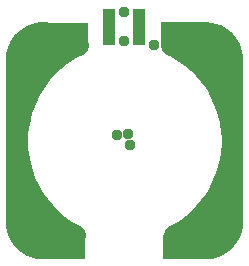
<source format=gbr>
G04 EAGLE Gerber RS-274X export*
G75*
%MOMM*%
%FSLAX34Y34*%
%LPD*%
%INSoldermask Bottom*%
%IPPOS*%
%AMOC8*
5,1,8,0,0,1.08239X$1,22.5*%
G01*
%ADD10C,1.799997*%
%ADD11C,2.199997*%
%ADD12R,3.752894X2.021094*%
%ADD13R,3.564694X2.144394*%
%ADD14R,1.716897X13.842975*%
%ADD15R,3.811694X1.776894*%
%ADD16R,4.015894X2.021094*%
%ADD17R,1.314597X14.216175*%
%ADD18C,2.199994*%
%ADD19R,1.020000X3.169994*%
%ADD20C,0.959600*%


D10*
X29051Y149963D02*
X23445Y147008D01*
X18058Y143669D01*
X12918Y139962D01*
X8048Y135905D01*
X3473Y131519D01*
X-783Y126824D01*
X-4703Y121844D01*
X-8265Y116602D01*
X-11454Y111125D01*
X-14252Y105438D01*
X-16647Y99571D01*
X-18627Y93550D01*
X-20182Y87406D01*
X-21305Y81169D01*
X-21990Y74868D01*
X-22234Y68535D01*
X-22035Y62200D01*
X-21395Y55895D01*
X-20317Y49650D01*
X-18806Y43495D01*
X-16869Y37460D01*
X-14516Y31576D01*
X-14017Y30466D01*
X158743Y78804D02*
X157785Y85069D01*
X156391Y91252D01*
X154570Y97322D01*
X152330Y103251D01*
X149682Y109009D01*
X146638Y114568D01*
X143214Y119901D01*
X139427Y124983D01*
X135294Y129788D01*
X130836Y134293D01*
X126075Y138476D01*
X121034Y142316D01*
X115736Y145796D01*
X110209Y148898D01*
X107945Y150027D01*
X116029Y-8489D02*
X110514Y-11611D01*
X116029Y-8489D02*
X121313Y-4989D01*
X126340Y-1130D01*
X131086Y3070D01*
X135527Y7592D01*
X139641Y12412D01*
X143409Y17508D01*
X146813Y22854D01*
X149836Y28425D01*
X152462Y34193D01*
X154680Y40130D01*
X156478Y46207D01*
X157848Y52395D01*
X158783Y58664D01*
X159278Y64982D01*
X159332Y71320D01*
X158943Y77645D01*
X158114Y83929D01*
X156848Y90139D01*
X155153Y96245D01*
X153035Y102219D01*
X151146Y106661D01*
X-21615Y58322D02*
X-20657Y52058D01*
X-19263Y45875D01*
X-17442Y39804D01*
X-15202Y33876D01*
X-12554Y28118D01*
X-9510Y22559D01*
X-6086Y17225D01*
X-2299Y12144D01*
X1833Y7339D01*
X6291Y2834D01*
X11052Y-1348D01*
X16093Y-5188D01*
X21390Y-8668D01*
X26613Y-11611D01*
D11*
X118935Y-9968D02*
X119675Y-11213D01*
X120500Y-12403D01*
X121406Y-13533D01*
X122388Y-14597D01*
X123442Y-15590D01*
X124563Y-16506D01*
X125745Y-17343D01*
X126982Y-18094D01*
X128270Y-18758D01*
X129600Y-19330D01*
X130966Y-19808D01*
X132363Y-20190D01*
X133783Y-20473D01*
X135220Y-20657D01*
X136665Y-20739D01*
X138113Y-20721D01*
X139556Y-20602D01*
X140988Y-20382D01*
X142400Y-20064D01*
X143787Y-19647D01*
X145141Y-19135D01*
X146456Y-18529D01*
X147726Y-17833D01*
X148944Y-17051D01*
X150105Y-16185D01*
X151203Y-15240D01*
X152231Y-14221D01*
X153187Y-13133D01*
X154064Y-11981D01*
X154858Y-10770D01*
X155566Y-9507D01*
X156185Y-8198D01*
X156710Y-6849D01*
X157140Y-5466D01*
X157473Y-4057D01*
X157707Y-2628D01*
X157840Y-1186D01*
X157872Y260D01*
X157803Y1707D01*
X157634Y3145D01*
X157364Y4567D01*
X156996Y5968D01*
X156532Y7339D01*
X155973Y8675D01*
X155321Y9968D01*
X154582Y11213D01*
X153757Y12403D01*
X152851Y13533D01*
X151869Y14597D01*
X150815Y15590D01*
X149694Y16506D01*
X148512Y17343D01*
X147828Y17772D01*
X-10828Y17693D02*
X-12036Y16895D01*
X-13185Y16014D01*
X-14270Y15055D01*
X-15286Y14023D01*
X-16227Y12923D01*
X-17089Y11759D01*
X-17868Y10538D01*
X-18559Y9266D01*
X-19160Y7949D01*
X-19668Y6593D01*
X-20080Y5205D01*
X-20395Y3791D01*
X-20609Y2359D01*
X-20724Y916D01*
X-20737Y-531D01*
X-20650Y-1976D01*
X-20461Y-3411D01*
X-20174Y-4831D01*
X-19788Y-6226D01*
X-19305Y-7591D01*
X-18728Y-8919D01*
X-18060Y-10204D01*
X-17305Y-11439D01*
X-16465Y-12618D01*
X-15544Y-13736D01*
X-14548Y-14787D01*
X-13481Y-15766D01*
X-12348Y-16668D01*
X-11155Y-17489D01*
X-9908Y-18225D01*
X-8613Y-18871D01*
X-7275Y-19426D01*
X-5902Y-19886D01*
X-4501Y-20250D01*
X-3077Y-20515D01*
X-1639Y-20679D01*
X-192Y-20743D01*
X1254Y-20706D01*
X2695Y-20568D01*
X4124Y-20330D01*
X5532Y-19993D01*
X6913Y-19558D01*
X8260Y-19028D01*
X9568Y-18406D01*
X10828Y-17693D01*
X12036Y-16895D01*
X13185Y-16014D01*
X14270Y-15055D01*
X15286Y-14023D01*
X16227Y-12923D01*
X17089Y-11759D01*
X17831Y-10601D01*
X18192Y147097D02*
X17453Y148342D01*
X16628Y149532D01*
X15722Y150662D01*
X14740Y151726D01*
X13686Y152719D01*
X12565Y153635D01*
X11383Y154472D01*
X10145Y155223D01*
X8858Y155887D01*
X7528Y156459D01*
X6161Y156937D01*
X4765Y157319D01*
X3344Y157602D01*
X1908Y157786D01*
X463Y157868D01*
X-984Y157850D01*
X-2427Y157731D01*
X-3859Y157512D01*
X-5271Y157193D01*
X-6658Y156776D01*
X-8012Y156264D01*
X-9327Y155658D01*
X-10597Y154962D01*
X-11815Y154180D01*
X-12976Y153314D01*
X-14074Y152369D01*
X-15102Y151350D01*
X-16058Y150262D01*
X-16935Y149110D01*
X-17729Y147899D01*
X-18437Y146636D01*
X-19056Y145327D01*
X-19581Y143978D01*
X-20011Y142595D01*
X-20344Y141186D01*
X-20578Y139757D01*
X-20711Y138315D01*
X-20743Y136867D01*
X-20674Y135421D01*
X-20505Y133983D01*
X-20235Y132560D01*
X-19867Y131160D01*
X-19403Y129788D01*
X-18844Y128453D01*
X-18192Y127159D01*
X-17453Y125915D01*
X-16628Y124724D01*
X-15722Y123595D01*
X-14740Y122531D01*
X-13686Y121538D01*
X-12565Y120622D01*
X-11383Y119785D01*
X-10699Y119355D01*
X-13648Y15622D02*
X-14705Y14632D01*
X-15690Y13571D01*
X-16598Y12443D01*
X-17426Y11255D01*
X-18169Y10012D01*
X-18823Y8720D01*
X-19385Y7386D01*
X-19853Y6015D01*
X-20225Y4616D01*
X-20497Y3194D01*
X-20670Y1756D01*
X-20742Y310D01*
X-20714Y-1136D01*
X-20584Y-2579D01*
X-20354Y-4008D01*
X-20025Y-5418D01*
X-19598Y-6802D01*
X-19075Y-8153D01*
X-18460Y-9463D01*
X-17755Y-10728D01*
X-16963Y-11941D01*
X-16089Y-13095D01*
X-15137Y-14185D01*
X-14110Y-15207D01*
X-13015Y-16154D01*
X-11856Y-17023D01*
X-10640Y-17808D01*
X-9372Y-18507D01*
X-8058Y-19116D01*
X-6705Y-19631D01*
X-5319Y-20051D01*
X-3907Y-20373D01*
X-2477Y-20596D01*
X-1034Y-20719D01*
X413Y-20741D01*
X1859Y-20661D01*
X3295Y-20481D01*
X4716Y-20201D01*
X6114Y-19823D01*
X7482Y-19348D01*
X8813Y-18779D01*
X10102Y-18119D01*
X11341Y-17370D01*
X12525Y-16536D01*
X13648Y-15622D01*
X14705Y-14632D01*
X15690Y-13571D01*
X16598Y-12443D01*
X17426Y-11255D01*
X17838Y-10588D01*
X119337Y-10669D02*
X120125Y-11884D01*
X120995Y-13041D01*
X121945Y-14135D01*
X122968Y-15160D01*
X124060Y-16110D01*
X125215Y-16983D01*
X126429Y-17772D01*
X127695Y-18475D01*
X129007Y-19088D01*
X130358Y-19608D01*
X131742Y-20033D01*
X133153Y-20360D01*
X134583Y-20587D01*
X136025Y-20714D01*
X137473Y-20741D01*
X138919Y-20666D01*
X140356Y-20491D01*
X141778Y-20216D01*
X143177Y-19842D01*
X144546Y-19372D01*
X145879Y-18807D01*
X147170Y-18151D01*
X148412Y-17406D01*
X149598Y-16577D01*
X150724Y-15666D01*
X151784Y-14680D01*
X152773Y-13622D01*
X153685Y-12497D01*
X154516Y-11311D01*
X155263Y-10071D01*
X155921Y-8781D01*
X156488Y-7449D01*
X156961Y-6080D01*
X157336Y-4682D01*
X157614Y-3261D01*
X157791Y-1824D01*
X157868Y-378D01*
X157844Y1069D01*
X157719Y2511D01*
X157494Y3941D01*
X157169Y5353D01*
X156747Y6737D01*
X156229Y8090D01*
X155618Y9402D01*
X154917Y10669D01*
X154130Y11884D01*
X153259Y13041D01*
X152310Y14135D01*
X151287Y15160D01*
X150253Y16064D01*
X147957Y119434D02*
X149165Y120233D01*
X150314Y121114D01*
X151400Y122072D01*
X152415Y123105D01*
X153356Y124205D01*
X154218Y125369D01*
X154997Y126589D01*
X155688Y127862D01*
X156290Y129179D01*
X156797Y130535D01*
X157209Y131923D01*
X157524Y133336D01*
X157738Y134768D01*
X157853Y136212D01*
X157866Y137660D01*
X157779Y139105D01*
X157590Y140540D01*
X157303Y141960D01*
X156917Y143355D01*
X156434Y144720D01*
X155857Y146048D01*
X155189Y147333D01*
X154434Y148568D01*
X153594Y149747D01*
X152673Y150865D01*
X151677Y151916D01*
X150610Y152895D01*
X149477Y153797D01*
X148284Y154618D01*
X147037Y155354D01*
X145742Y156000D01*
X144404Y156555D01*
X143031Y157015D01*
X141630Y157379D01*
X140206Y157644D01*
X138768Y157808D01*
X137321Y157872D01*
X135874Y157835D01*
X134432Y157697D01*
X133004Y157459D01*
X131596Y157122D01*
X130215Y156687D01*
X128867Y156157D01*
X127560Y155535D01*
X126299Y154822D01*
X125091Y154024D01*
X123942Y153143D01*
X122857Y152184D01*
X121842Y151152D01*
X120901Y150052D01*
X120039Y148888D01*
X119296Y147729D01*
D12*
X16833Y-21613D03*
D13*
X119304Y-21395D03*
D14*
X-23115Y70424D03*
X-23115Y70424D03*
D15*
X19057Y159953D03*
X19057Y159953D03*
D16*
X118978Y158742D03*
X118978Y158742D03*
D17*
X162244Y68558D03*
X162244Y68558D03*
D18*
X137128Y137128D03*
X137128Y0D03*
X0Y0D03*
X0Y137128D03*
D19*
X81259Y164746D03*
X55859Y164746D03*
D20*
X68500Y177500D03*
X68500Y153000D03*
X93500Y149500D03*
X73500Y65000D03*
X71500Y74300D03*
X62000Y73500D03*
M02*

</source>
